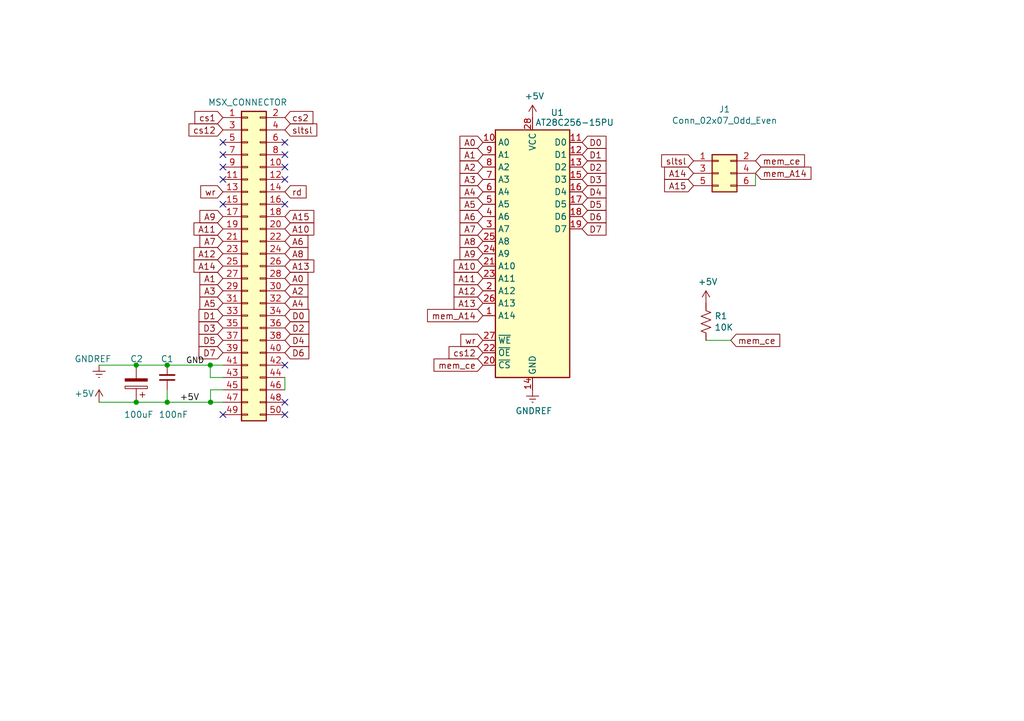
<source format=kicad_sch>
(kicad_sch (version 20230121) (generator eeschema)

  (uuid 0ceb5c3e-b2b0-446f-9fd7-31802bc894c4)

  (paper "A5")

  (title_block
    (title "MSX AT28C256 EEPROM Programable Cartridge")
    (date "2023-03-17")
    (rev "8")
    (company "RCC")
  )

  (lib_symbols
    (symbol "Connector_Generic:Conn_02x03_Odd_Even" (pin_names (offset 1.016) hide) (in_bom yes) (on_board yes)
      (property "Reference" "J" (at 1.27 5.08 0)
        (effects (font (size 1.27 1.27)))
      )
      (property "Value" "Conn_02x03_Odd_Even" (at 1.27 -5.08 0)
        (effects (font (size 1.27 1.27)))
      )
      (property "Footprint" "" (at 0 0 0)
        (effects (font (size 1.27 1.27)) hide)
      )
      (property "Datasheet" "~" (at 0 0 0)
        (effects (font (size 1.27 1.27)) hide)
      )
      (property "ki_keywords" "connector" (at 0 0 0)
        (effects (font (size 1.27 1.27)) hide)
      )
      (property "ki_description" "Generic connector, double row, 02x03, odd/even pin numbering scheme (row 1 odd numbers, row 2 even numbers), script generated (kicad-library-utils/schlib/autogen/connector/)" (at 0 0 0)
        (effects (font (size 1.27 1.27)) hide)
      )
      (property "ki_fp_filters" "Connector*:*_2x??_*" (at 0 0 0)
        (effects (font (size 1.27 1.27)) hide)
      )
      (symbol "Conn_02x03_Odd_Even_1_1"
        (rectangle (start -1.27 -2.413) (end 0 -2.667)
          (stroke (width 0.1524) (type default))
          (fill (type none))
        )
        (rectangle (start -1.27 0.127) (end 0 -0.127)
          (stroke (width 0.1524) (type default))
          (fill (type none))
        )
        (rectangle (start -1.27 2.667) (end 0 2.413)
          (stroke (width 0.1524) (type default))
          (fill (type none))
        )
        (rectangle (start -1.27 3.81) (end 3.81 -3.81)
          (stroke (width 0.254) (type default))
          (fill (type background))
        )
        (rectangle (start 3.81 -2.413) (end 2.54 -2.667)
          (stroke (width 0.1524) (type default))
          (fill (type none))
        )
        (rectangle (start 3.81 0.127) (end 2.54 -0.127)
          (stroke (width 0.1524) (type default))
          (fill (type none))
        )
        (rectangle (start 3.81 2.667) (end 2.54 2.413)
          (stroke (width 0.1524) (type default))
          (fill (type none))
        )
        (pin passive line (at -5.08 2.54 0) (length 3.81)
          (name "Pin_1" (effects (font (size 1.27 1.27))))
          (number "1" (effects (font (size 1.27 1.27))))
        )
        (pin passive line (at 7.62 2.54 180) (length 3.81)
          (name "Pin_2" (effects (font (size 1.27 1.27))))
          (number "2" (effects (font (size 1.27 1.27))))
        )
        (pin passive line (at -5.08 0 0) (length 3.81)
          (name "Pin_3" (effects (font (size 1.27 1.27))))
          (number "3" (effects (font (size 1.27 1.27))))
        )
        (pin passive line (at 7.62 0 180) (length 3.81)
          (name "Pin_4" (effects (font (size 1.27 1.27))))
          (number "4" (effects (font (size 1.27 1.27))))
        )
        (pin passive line (at -5.08 -2.54 0) (length 3.81)
          (name "Pin_5" (effects (font (size 1.27 1.27))))
          (number "5" (effects (font (size 1.27 1.27))))
        )
        (pin passive line (at 7.62 -2.54 180) (length 3.81)
          (name "Pin_6" (effects (font (size 1.27 1.27))))
          (number "6" (effects (font (size 1.27 1.27))))
        )
      )
    )
    (symbol "Connector_Generic:Conn_02x25_Odd_Even" (pin_names (offset 1.016) hide) (in_bom yes) (on_board yes)
      (property "Reference" "J" (at 1.27 33.02 0)
        (effects (font (size 1.27 1.27)))
      )
      (property "Value" "Conn_02x25_Odd_Even" (at 1.27 -33.02 0)
        (effects (font (size 1.27 1.27)))
      )
      (property "Footprint" "" (at 0 0 0)
        (effects (font (size 1.27 1.27)) hide)
      )
      (property "Datasheet" "~" (at 0 0 0)
        (effects (font (size 1.27 1.27)) hide)
      )
      (property "ki_keywords" "connector" (at 0 0 0)
        (effects (font (size 1.27 1.27)) hide)
      )
      (property "ki_description" "Generic connector, double row, 02x25, odd/even pin numbering scheme (row 1 odd numbers, row 2 even numbers), script generated (kicad-library-utils/schlib/autogen/connector/)" (at 0 0 0)
        (effects (font (size 1.27 1.27)) hide)
      )
      (property "ki_fp_filters" "Connector*:*_2x??_*" (at 0 0 0)
        (effects (font (size 1.27 1.27)) hide)
      )
      (symbol "Conn_02x25_Odd_Even_1_1"
        (rectangle (start -1.27 -30.353) (end 0 -30.607)
          (stroke (width 0.1524) (type default))
          (fill (type none))
        )
        (rectangle (start -1.27 -27.813) (end 0 -28.067)
          (stroke (width 0.1524) (type default))
          (fill (type none))
        )
        (rectangle (start -1.27 -25.273) (end 0 -25.527)
          (stroke (width 0.1524) (type default))
          (fill (type none))
        )
        (rectangle (start -1.27 -22.733) (end 0 -22.987)
          (stroke (width 0.1524) (type default))
          (fill (type none))
        )
        (rectangle (start -1.27 -20.193) (end 0 -20.447)
          (stroke (width 0.1524) (type default))
          (fill (type none))
        )
        (rectangle (start -1.27 -17.653) (end 0 -17.907)
          (stroke (width 0.1524) (type default))
          (fill (type none))
        )
        (rectangle (start -1.27 -15.113) (end 0 -15.367)
          (stroke (width 0.1524) (type default))
          (fill (type none))
        )
        (rectangle (start -1.27 -12.573) (end 0 -12.827)
          (stroke (width 0.1524) (type default))
          (fill (type none))
        )
        (rectangle (start -1.27 -10.033) (end 0 -10.287)
          (stroke (width 0.1524) (type default))
          (fill (type none))
        )
        (rectangle (start -1.27 -7.493) (end 0 -7.747)
          (stroke (width 0.1524) (type default))
          (fill (type none))
        )
        (rectangle (start -1.27 -4.953) (end 0 -5.207)
          (stroke (width 0.1524) (type default))
          (fill (type none))
        )
        (rectangle (start -1.27 -2.413) (end 0 -2.667)
          (stroke (width 0.1524) (type default))
          (fill (type none))
        )
        (rectangle (start -1.27 0.127) (end 0 -0.127)
          (stroke (width 0.1524) (type default))
          (fill (type none))
        )
        (rectangle (start -1.27 2.667) (end 0 2.413)
          (stroke (width 0.1524) (type default))
          (fill (type none))
        )
        (rectangle (start -1.27 5.207) (end 0 4.953)
          (stroke (width 0.1524) (type default))
          (fill (type none))
        )
        (rectangle (start -1.27 7.747) (end 0 7.493)
          (stroke (width 0.1524) (type default))
          (fill (type none))
        )
        (rectangle (start -1.27 10.287) (end 0 10.033)
          (stroke (width 0.1524) (type default))
          (fill (type none))
        )
        (rectangle (start -1.27 12.827) (end 0 12.573)
          (stroke (width 0.1524) (type default))
          (fill (type none))
        )
        (rectangle (start -1.27 15.367) (end 0 15.113)
          (stroke (width 0.1524) (type default))
          (fill (type none))
        )
        (rectangle (start -1.27 17.907) (end 0 17.653)
          (stroke (width 0.1524) (type default))
          (fill (type none))
        )
        (rectangle (start -1.27 20.447) (end 0 20.193)
          (stroke (width 0.1524) (type default))
          (fill (type none))
        )
        (rectangle (start -1.27 22.987) (end 0 22.733)
          (stroke (width 0.1524) (type default))
          (fill (type none))
        )
        (rectangle (start -1.27 25.527) (end 0 25.273)
          (stroke (width 0.1524) (type default))
          (fill (type none))
        )
        (rectangle (start -1.27 28.067) (end 0 27.813)
          (stroke (width 0.1524) (type default))
          (fill (type none))
        )
        (rectangle (start -1.27 30.607) (end 0 30.353)
          (stroke (width 0.1524) (type default))
          (fill (type none))
        )
        (rectangle (start -1.27 31.75) (end 3.81 -31.75)
          (stroke (width 0.254) (type default))
          (fill (type background))
        )
        (rectangle (start 3.81 -30.353) (end 2.54 -30.607)
          (stroke (width 0.1524) (type default))
          (fill (type none))
        )
        (rectangle (start 3.81 -27.813) (end 2.54 -28.067)
          (stroke (width 0.1524) (type default))
          (fill (type none))
        )
        (rectangle (start 3.81 -25.273) (end 2.54 -25.527)
          (stroke (width 0.1524) (type default))
          (fill (type none))
        )
        (rectangle (start 3.81 -22.733) (end 2.54 -22.987)
          (stroke (width 0.1524) (type default))
          (fill (type none))
        )
        (rectangle (start 3.81 -20.193) (end 2.54 -20.447)
          (stroke (width 0.1524) (type default))
          (fill (type none))
        )
        (rectangle (start 3.81 -17.653) (end 2.54 -17.907)
          (stroke (width 0.1524) (type default))
          (fill (type none))
        )
        (rectangle (start 3.81 -15.113) (end 2.54 -15.367)
          (stroke (width 0.1524) (type default))
          (fill (type none))
        )
        (rectangle (start 3.81 -12.573) (end 2.54 -12.827)
          (stroke (width 0.1524) (type default))
          (fill (type none))
        )
        (rectangle (start 3.81 -10.033) (end 2.54 -10.287)
          (stroke (width 0.1524) (type default))
          (fill (type none))
        )
        (rectangle (start 3.81 -7.493) (end 2.54 -7.747)
          (stroke (width 0.1524) (type default))
          (fill (type none))
        )
        (rectangle (start 3.81 -4.953) (end 2.54 -5.207)
          (stroke (width 0.1524) (type default))
          (fill (type none))
        )
        (rectangle (start 3.81 -2.413) (end 2.54 -2.667)
          (stroke (width 0.1524) (type default))
          (fill (type none))
        )
        (rectangle (start 3.81 0.127) (end 2.54 -0.127)
          (stroke (width 0.1524) (type default))
          (fill (type none))
        )
        (rectangle (start 3.81 2.667) (end 2.54 2.413)
          (stroke (width 0.1524) (type default))
          (fill (type none))
        )
        (rectangle (start 3.81 5.207) (end 2.54 4.953)
          (stroke (width 0.1524) (type default))
          (fill (type none))
        )
        (rectangle (start 3.81 7.747) (end 2.54 7.493)
          (stroke (width 0.1524) (type default))
          (fill (type none))
        )
        (rectangle (start 3.81 10.287) (end 2.54 10.033)
          (stroke (width 0.1524) (type default))
          (fill (type none))
        )
        (rectangle (start 3.81 12.827) (end 2.54 12.573)
          (stroke (width 0.1524) (type default))
          (fill (type none))
        )
        (rectangle (start 3.81 15.367) (end 2.54 15.113)
          (stroke (width 0.1524) (type default))
          (fill (type none))
        )
        (rectangle (start 3.81 17.907) (end 2.54 17.653)
          (stroke (width 0.1524) (type default))
          (fill (type none))
        )
        (rectangle (start 3.81 20.447) (end 2.54 20.193)
          (stroke (width 0.1524) (type default))
          (fill (type none))
        )
        (rectangle (start 3.81 22.987) (end 2.54 22.733)
          (stroke (width 0.1524) (type default))
          (fill (type none))
        )
        (rectangle (start 3.81 25.527) (end 2.54 25.273)
          (stroke (width 0.1524) (type default))
          (fill (type none))
        )
        (rectangle (start 3.81 28.067) (end 2.54 27.813)
          (stroke (width 0.1524) (type default))
          (fill (type none))
        )
        (rectangle (start 3.81 30.607) (end 2.54 30.353)
          (stroke (width 0.1524) (type default))
          (fill (type none))
        )
        (pin passive line (at -5.08 30.48 0) (length 3.81)
          (name "Pin_1" (effects (font (size 1.27 1.27))))
          (number "1" (effects (font (size 1.27 1.27))))
        )
        (pin passive line (at 7.62 20.32 180) (length 3.81)
          (name "Pin_10" (effects (font (size 1.27 1.27))))
          (number "10" (effects (font (size 1.27 1.27))))
        )
        (pin passive line (at -5.08 17.78 0) (length 3.81)
          (name "Pin_11" (effects (font (size 1.27 1.27))))
          (number "11" (effects (font (size 1.27 1.27))))
        )
        (pin passive line (at 7.62 17.78 180) (length 3.81)
          (name "Pin_12" (effects (font (size 1.27 1.27))))
          (number "12" (effects (font (size 1.27 1.27))))
        )
        (pin passive line (at -5.08 15.24 0) (length 3.81)
          (name "Pin_13" (effects (font (size 1.27 1.27))))
          (number "13" (effects (font (size 1.27 1.27))))
        )
        (pin passive line (at 7.62 15.24 180) (length 3.81)
          (name "Pin_14" (effects (font (size 1.27 1.27))))
          (number "14" (effects (font (size 1.27 1.27))))
        )
        (pin passive line (at -5.08 12.7 0) (length 3.81)
          (name "Pin_15" (effects (font (size 1.27 1.27))))
          (number "15" (effects (font (size 1.27 1.27))))
        )
        (pin passive line (at 7.62 12.7 180) (length 3.81)
          (name "Pin_16" (effects (font (size 1.27 1.27))))
          (number "16" (effects (font (size 1.27 1.27))))
        )
        (pin passive line (at -5.08 10.16 0) (length 3.81)
          (name "Pin_17" (effects (font (size 1.27 1.27))))
          (number "17" (effects (font (size 1.27 1.27))))
        )
        (pin passive line (at 7.62 10.16 180) (length 3.81)
          (name "Pin_18" (effects (font (size 1.27 1.27))))
          (number "18" (effects (font (size 1.27 1.27))))
        )
        (pin passive line (at -5.08 7.62 0) (length 3.81)
          (name "Pin_19" (effects (font (size 1.27 1.27))))
          (number "19" (effects (font (size 1.27 1.27))))
        )
        (pin passive line (at 7.62 30.48 180) (length 3.81)
          (name "Pin_2" (effects (font (size 1.27 1.27))))
          (number "2" (effects (font (size 1.27 1.27))))
        )
        (pin passive line (at 7.62 7.62 180) (length 3.81)
          (name "Pin_20" (effects (font (size 1.27 1.27))))
          (number "20" (effects (font (size 1.27 1.27))))
        )
        (pin passive line (at -5.08 5.08 0) (length 3.81)
          (name "Pin_21" (effects (font (size 1.27 1.27))))
          (number "21" (effects (font (size 1.27 1.27))))
        )
        (pin passive line (at 7.62 5.08 180) (length 3.81)
          (name "Pin_22" (effects (font (size 1.27 1.27))))
          (number "22" (effects (font (size 1.27 1.27))))
        )
        (pin passive line (at -5.08 2.54 0) (length 3.81)
          (name "Pin_23" (effects (font (size 1.27 1.27))))
          (number "23" (effects (font (size 1.27 1.27))))
        )
        (pin passive line (at 7.62 2.54 180) (length 3.81)
          (name "Pin_24" (effects (font (size 1.27 1.27))))
          (number "24" (effects (font (size 1.27 1.27))))
        )
        (pin passive line (at -5.08 0 0) (length 3.81)
          (name "Pin_25" (effects (font (size 1.27 1.27))))
          (number "25" (effects (font (size 1.27 1.27))))
        )
        (pin passive line (at 7.62 0 180) (length 3.81)
          (name "Pin_26" (effects (font (size 1.27 1.27))))
          (number "26" (effects (font (size 1.27 1.27))))
        )
        (pin passive line (at -5.08 -2.54 0) (length 3.81)
          (name "Pin_27" (effects (font (size 1.27 1.27))))
          (number "27" (effects (font (size 1.27 1.27))))
        )
        (pin passive line (at 7.62 -2.54 180) (length 3.81)
          (name "Pin_28" (effects (font (size 1.27 1.27))))
          (number "28" (effects (font (size 1.27 1.27))))
        )
        (pin passive line (at -5.08 -5.08 0) (length 3.81)
          (name "Pin_29" (effects (font (size 1.27 1.27))))
          (number "29" (effects (font (size 1.27 1.27))))
        )
        (pin passive line (at -5.08 27.94 0) (length 3.81)
          (name "Pin_3" (effects (font (size 1.27 1.27))))
          (number "3" (effects (font (size 1.27 1.27))))
        )
        (pin passive line (at 7.62 -5.08 180) (length 3.81)
          (name "Pin_30" (effects (font (size 1.27 1.27))))
          (number "30" (effects (font (size 1.27 1.27))))
        )
        (pin passive line (at -5.08 -7.62 0) (length 3.81)
          (name "Pin_31" (effects (font (size 1.27 1.27))))
          (number "31" (effects (font (size 1.27 1.27))))
        )
        (pin passive line (at 7.62 -7.62 180) (length 3.81)
          (name "Pin_32" (effects (font (size 1.27 1.27))))
          (number "32" (effects (font (size 1.27 1.27))))
        )
        (pin passive line (at -5.08 -10.16 0) (length 3.81)
          (name "Pin_33" (effects (font (size 1.27 1.27))))
          (number "33" (effects (font (size 1.27 1.27))))
        )
        (pin passive line (at 7.62 -10.16 180) (length 3.81)
          (name "Pin_34" (effects (font (size 1.27 1.27))))
          (number "34" (effects (font (size 1.27 1.27))))
        )
        (pin passive line (at -5.08 -12.7 0) (length 3.81)
          (name "Pin_35" (effects (font (size 1.27 1.27))))
          (number "35" (effects (font (size 1.27 1.27))))
        )
        (pin passive line (at 7.62 -12.7 180) (length 3.81)
          (name "Pin_36" (effects (font (size 1.27 1.27))))
          (number "36" (effects (font (size 1.27 1.27))))
        )
        (pin passive line (at -5.08 -15.24 0) (length 3.81)
          (name "Pin_37" (effects (font (size 1.27 1.27))))
          (number "37" (effects (font (size 1.27 1.27))))
        )
        (pin passive line (at 7.62 -15.24 180) (length 3.81)
          (name "Pin_38" (effects (font (size 1.27 1.27))))
          (number "38" (effects (font (size 1.27 1.27))))
        )
        (pin passive line (at -5.08 -17.78 0) (length 3.81)
          (name "Pin_39" (effects (font (size 1.27 1.27))))
          (number "39" (effects (font (size 1.27 1.27))))
        )
        (pin passive line (at 7.62 27.94 180) (length 3.81)
          (name "Pin_4" (effects (font (size 1.27 1.27))))
          (number "4" (effects (font (size 1.27 1.27))))
        )
        (pin passive line (at 7.62 -17.78 180) (length 3.81)
          (name "Pin_40" (effects (font (size 1.27 1.27))))
          (number "40" (effects (font (size 1.27 1.27))))
        )
        (pin passive line (at -5.08 -20.32 0) (length 3.81)
          (name "Pin_41" (effects (font (size 1.27 1.27))))
          (number "41" (effects (font (size 1.27 1.27))))
        )
        (pin passive line (at 7.62 -20.32 180) (length 3.81)
          (name "Pin_42" (effects (font (size 1.27 1.27))))
          (number "42" (effects (font (size 1.27 1.27))))
        )
        (pin passive line (at -5.08 -22.86 0) (length 3.81)
          (name "Pin_43" (effects (font (size 1.27 1.27))))
          (number "43" (effects (font (size 1.27 1.27))))
        )
        (pin passive line (at 7.62 -22.86 180) (length 3.81)
          (name "Pin_44" (effects (font (size 1.27 1.27))))
          (number "44" (effects (font (size 1.27 1.27))))
        )
        (pin passive line (at -5.08 -25.4 0) (length 3.81)
          (name "Pin_45" (effects (font (size 1.27 1.27))))
          (number "45" (effects (font (size 1.27 1.27))))
        )
        (pin passive line (at 7.62 -25.4 180) (length 3.81)
          (name "Pin_46" (effects (font (size 1.27 1.27))))
          (number "46" (effects (font (size 1.27 1.27))))
        )
        (pin passive line (at -5.08 -27.94 0) (length 3.81)
          (name "Pin_47" (effects (font (size 1.27 1.27))))
          (number "47" (effects (font (size 1.27 1.27))))
        )
        (pin passive line (at 7.62 -27.94 180) (length 3.81)
          (name "Pin_48" (effects (font (size 1.27 1.27))))
          (number "48" (effects (font (size 1.27 1.27))))
        )
        (pin passive line (at -5.08 -30.48 0) (length 3.81)
          (name "Pin_49" (effects (font (size 1.27 1.27))))
          (number "49" (effects (font (size 1.27 1.27))))
        )
        (pin passive line (at -5.08 25.4 0) (length 3.81)
          (name "Pin_5" (effects (font (size 1.27 1.27))))
          (number "5" (effects (font (size 1.27 1.27))))
        )
        (pin passive line (at 7.62 -30.48 180) (length 3.81)
          (name "Pin_50" (effects (font (size 1.27 1.27))))
          (number "50" (effects (font (size 1.27 1.27))))
        )
        (pin passive line (at 7.62 25.4 180) (length 3.81)
          (name "Pin_6" (effects (font (size 1.27 1.27))))
          (number "6" (effects (font (size 1.27 1.27))))
        )
        (pin passive line (at -5.08 22.86 0) (length 3.81)
          (name "Pin_7" (effects (font (size 1.27 1.27))))
          (number "7" (effects (font (size 1.27 1.27))))
        )
        (pin passive line (at 7.62 22.86 180) (length 3.81)
          (name "Pin_8" (effects (font (size 1.27 1.27))))
          (number "8" (effects (font (size 1.27 1.27))))
        )
        (pin passive line (at -5.08 20.32 0) (length 3.81)
          (name "Pin_9" (effects (font (size 1.27 1.27))))
          (number "9" (effects (font (size 1.27 1.27))))
        )
      )
    )
    (symbol "Device:C_Polarized" (pin_numbers hide) (pin_names (offset 0.254)) (in_bom yes) (on_board yes)
      (property "Reference" "C" (at 0.635 2.54 0)
        (effects (font (size 1.27 1.27)) (justify left))
      )
      (property "Value" "C_Polarized" (at 0.635 -2.54 0)
        (effects (font (size 1.27 1.27)) (justify left))
      )
      (property "Footprint" "" (at 0.9652 -3.81 0)
        (effects (font (size 1.27 1.27)) hide)
      )
      (property "Datasheet" "~" (at 0 0 0)
        (effects (font (size 1.27 1.27)) hide)
      )
      (property "ki_keywords" "cap capacitor" (at 0 0 0)
        (effects (font (size 1.27 1.27)) hide)
      )
      (property "ki_description" "Polarized capacitor" (at 0 0 0)
        (effects (font (size 1.27 1.27)) hide)
      )
      (property "ki_fp_filters" "CP_*" (at 0 0 0)
        (effects (font (size 1.27 1.27)) hide)
      )
      (symbol "C_Polarized_0_1"
        (rectangle (start -2.286 0.508) (end 2.286 1.016)
          (stroke (width 0) (type default))
          (fill (type none))
        )
        (polyline
          (pts
            (xy -1.778 2.286)
            (xy -0.762 2.286)
          )
          (stroke (width 0) (type default))
          (fill (type none))
        )
        (polyline
          (pts
            (xy -1.27 2.794)
            (xy -1.27 1.778)
          )
          (stroke (width 0) (type default))
          (fill (type none))
        )
        (rectangle (start 2.286 -0.508) (end -2.286 -1.016)
          (stroke (width 0) (type default))
          (fill (type outline))
        )
      )
      (symbol "C_Polarized_1_1"
        (pin passive line (at 0 3.81 270) (length 2.794)
          (name "~" (effects (font (size 1.27 1.27))))
          (number "1" (effects (font (size 1.27 1.27))))
        )
        (pin passive line (at 0 -3.81 90) (length 2.794)
          (name "~" (effects (font (size 1.27 1.27))))
          (number "2" (effects (font (size 1.27 1.27))))
        )
      )
    )
    (symbol "Device:C_Small" (pin_numbers hide) (pin_names (offset 0.254) hide) (in_bom yes) (on_board yes)
      (property "Reference" "C" (at 0.254 1.778 0)
        (effects (font (size 1.27 1.27)) (justify left))
      )
      (property "Value" "C_Small" (at 0.254 -2.032 0)
        (effects (font (size 1.27 1.27)) (justify left))
      )
      (property "Footprint" "" (at 0 0 0)
        (effects (font (size 1.27 1.27)) hide)
      )
      (property "Datasheet" "~" (at 0 0 0)
        (effects (font (size 1.27 1.27)) hide)
      )
      (property "ki_keywords" "capacitor cap" (at 0 0 0)
        (effects (font (size 1.27 1.27)) hide)
      )
      (property "ki_description" "Unpolarized capacitor, small symbol" (at 0 0 0)
        (effects (font (size 1.27 1.27)) hide)
      )
      (property "ki_fp_filters" "C_*" (at 0 0 0)
        (effects (font (size 1.27 1.27)) hide)
      )
      (symbol "C_Small_0_1"
        (polyline
          (pts
            (xy -1.524 -0.508)
            (xy 1.524 -0.508)
          )
          (stroke (width 0.3302) (type default))
          (fill (type none))
        )
        (polyline
          (pts
            (xy -1.524 0.508)
            (xy 1.524 0.508)
          )
          (stroke (width 0.3048) (type default))
          (fill (type none))
        )
      )
      (symbol "C_Small_1_1"
        (pin passive line (at 0 2.54 270) (length 2.032)
          (name "~" (effects (font (size 1.27 1.27))))
          (number "1" (effects (font (size 1.27 1.27))))
        )
        (pin passive line (at 0 -2.54 90) (length 2.032)
          (name "~" (effects (font (size 1.27 1.27))))
          (number "2" (effects (font (size 1.27 1.27))))
        )
      )
    )
    (symbol "Device:R_US" (pin_numbers hide) (pin_names (offset 0)) (in_bom yes) (on_board yes)
      (property "Reference" "R" (at 2.54 0 90)
        (effects (font (size 1.27 1.27)))
      )
      (property "Value" "R_US" (at -2.54 0 90)
        (effects (font (size 1.27 1.27)))
      )
      (property "Footprint" "" (at 1.016 -0.254 90)
        (effects (font (size 1.27 1.27)) hide)
      )
      (property "Datasheet" "~" (at 0 0 0)
        (effects (font (size 1.27 1.27)) hide)
      )
      (property "ki_keywords" "R res resistor" (at 0 0 0)
        (effects (font (size 1.27 1.27)) hide)
      )
      (property "ki_description" "Resistor, US symbol" (at 0 0 0)
        (effects (font (size 1.27 1.27)) hide)
      )
      (property "ki_fp_filters" "R_*" (at 0 0 0)
        (effects (font (size 1.27 1.27)) hide)
      )
      (symbol "R_US_0_1"
        (polyline
          (pts
            (xy 0 -2.286)
            (xy 0 -2.54)
          )
          (stroke (width 0) (type default))
          (fill (type none))
        )
        (polyline
          (pts
            (xy 0 2.286)
            (xy 0 2.54)
          )
          (stroke (width 0) (type default))
          (fill (type none))
        )
        (polyline
          (pts
            (xy 0 -0.762)
            (xy 1.016 -1.143)
            (xy 0 -1.524)
            (xy -1.016 -1.905)
            (xy 0 -2.286)
          )
          (stroke (width 0) (type default))
          (fill (type none))
        )
        (polyline
          (pts
            (xy 0 0.762)
            (xy 1.016 0.381)
            (xy 0 0)
            (xy -1.016 -0.381)
            (xy 0 -0.762)
          )
          (stroke (width 0) (type default))
          (fill (type none))
        )
        (polyline
          (pts
            (xy 0 2.286)
            (xy 1.016 1.905)
            (xy 0 1.524)
            (xy -1.016 1.143)
            (xy 0 0.762)
          )
          (stroke (width 0) (type default))
          (fill (type none))
        )
      )
      (symbol "R_US_1_1"
        (pin passive line (at 0 3.81 270) (length 1.27)
          (name "~" (effects (font (size 1.27 1.27))))
          (number "1" (effects (font (size 1.27 1.27))))
        )
        (pin passive line (at 0 -3.81 90) (length 1.27)
          (name "~" (effects (font (size 1.27 1.27))))
          (number "2" (effects (font (size 1.27 1.27))))
        )
      )
    )
    (symbol "Memory_EEPROM:28C256" (in_bom yes) (on_board yes)
      (property "Reference" "U" (at -7.62 26.67 0)
        (effects (font (size 1.27 1.27)))
      )
      (property "Value" "28C256" (at 2.54 -26.67 0)
        (effects (font (size 1.27 1.27)) (justify left))
      )
      (property "Footprint" "" (at 0 0 0)
        (effects (font (size 1.27 1.27)) hide)
      )
      (property "Datasheet" "http://ww1.microchip.com/downloads/en/DeviceDoc/doc0006.pdf" (at 0 0 0)
        (effects (font (size 1.27 1.27)) hide)
      )
      (property "ki_keywords" "Parallel EEPROM 256Kb" (at 0 0 0)
        (effects (font (size 1.27 1.27)) hide)
      )
      (property "ki_description" "Paged Parallel EEPROM 256Kb (32K x 8), DIP-28/SOIC-28" (at 0 0 0)
        (effects (font (size 1.27 1.27)) hide)
      )
      (property "ki_fp_filters" "DIP*W15.24mm* SOIC*7.5x17.9mm*P1.27mm*" (at 0 0 0)
        (effects (font (size 1.27 1.27)) hide)
      )
      (symbol "28C256_1_1"
        (rectangle (start -7.62 25.4) (end 7.62 -25.4)
          (stroke (width 0.254) (type default))
          (fill (type background))
        )
        (pin input line (at -10.16 -12.7 0) (length 2.54)
          (name "A14" (effects (font (size 1.27 1.27))))
          (number "1" (effects (font (size 1.27 1.27))))
        )
        (pin input line (at -10.16 22.86 0) (length 2.54)
          (name "A0" (effects (font (size 1.27 1.27))))
          (number "10" (effects (font (size 1.27 1.27))))
        )
        (pin tri_state line (at 10.16 22.86 180) (length 2.54)
          (name "D0" (effects (font (size 1.27 1.27))))
          (number "11" (effects (font (size 1.27 1.27))))
        )
        (pin tri_state line (at 10.16 20.32 180) (length 2.54)
          (name "D1" (effects (font (size 1.27 1.27))))
          (number "12" (effects (font (size 1.27 1.27))))
        )
        (pin tri_state line (at 10.16 17.78 180) (length 2.54)
          (name "D2" (effects (font (size 1.27 1.27))))
          (number "13" (effects (font (size 1.27 1.27))))
        )
        (pin power_in line (at 0 -27.94 90) (length 2.54)
          (name "GND" (effects (font (size 1.27 1.27))))
          (number "14" (effects (font (size 1.27 1.27))))
        )
        (pin tri_state line (at 10.16 15.24 180) (length 2.54)
          (name "D3" (effects (font (size 1.27 1.27))))
          (number "15" (effects (font (size 1.27 1.27))))
        )
        (pin tri_state line (at 10.16 12.7 180) (length 2.54)
          (name "D4" (effects (font (size 1.27 1.27))))
          (number "16" (effects (font (size 1.27 1.27))))
        )
        (pin tri_state line (at 10.16 10.16 180) (length 2.54)
          (name "D5" (effects (font (size 1.27 1.27))))
          (number "17" (effects (font (size 1.27 1.27))))
        )
        (pin tri_state line (at 10.16 7.62 180) (length 2.54)
          (name "D6" (effects (font (size 1.27 1.27))))
          (number "18" (effects (font (size 1.27 1.27))))
        )
        (pin tri_state line (at 10.16 5.08 180) (length 2.54)
          (name "D7" (effects (font (size 1.27 1.27))))
          (number "19" (effects (font (size 1.27 1.27))))
        )
        (pin input line (at -10.16 -7.62 0) (length 2.54)
          (name "A12" (effects (font (size 1.27 1.27))))
          (number "2" (effects (font (size 1.27 1.27))))
        )
        (pin input line (at -10.16 -22.86 0) (length 2.54)
          (name "~{CS}" (effects (font (size 1.27 1.27))))
          (number "20" (effects (font (size 1.27 1.27))))
        )
        (pin input line (at -10.16 -2.54 0) (length 2.54)
          (name "A10" (effects (font (size 1.27 1.27))))
          (number "21" (effects (font (size 1.27 1.27))))
        )
        (pin input line (at -10.16 -20.32 0) (length 2.54)
          (name "~{OE}" (effects (font (size 1.27 1.27))))
          (number "22" (effects (font (size 1.27 1.27))))
        )
        (pin input line (at -10.16 -5.08 0) (length 2.54)
          (name "A11" (effects (font (size 1.27 1.27))))
          (number "23" (effects (font (size 1.27 1.27))))
        )
        (pin input line (at -10.16 0 0) (length 2.54)
          (name "A9" (effects (font (size 1.27 1.27))))
          (number "24" (effects (font (size 1.27 1.27))))
        )
        (pin input line (at -10.16 2.54 0) (length 2.54)
          (name "A8" (effects (font (size 1.27 1.27))))
          (number "25" (effects (font (size 1.27 1.27))))
        )
        (pin input line (at -10.16 -10.16 0) (length 2.54)
          (name "A13" (effects (font (size 1.27 1.27))))
          (number "26" (effects (font (size 1.27 1.27))))
        )
        (pin input line (at -10.16 -17.78 0) (length 2.54)
          (name "~{WE}" (effects (font (size 1.27 1.27))))
          (number "27" (effects (font (size 1.27 1.27))))
        )
        (pin power_in line (at 0 27.94 270) (length 2.54)
          (name "VCC" (effects (font (size 1.27 1.27))))
          (number "28" (effects (font (size 1.27 1.27))))
        )
        (pin input line (at -10.16 5.08 0) (length 2.54)
          (name "A7" (effects (font (size 1.27 1.27))))
          (number "3" (effects (font (size 1.27 1.27))))
        )
        (pin input line (at -10.16 7.62 0) (length 2.54)
          (name "A6" (effects (font (size 1.27 1.27))))
          (number "4" (effects (font (size 1.27 1.27))))
        )
        (pin input line (at -10.16 10.16 0) (length 2.54)
          (name "A5" (effects (font (size 1.27 1.27))))
          (number "5" (effects (font (size 1.27 1.27))))
        )
        (pin input line (at -10.16 12.7 0) (length 2.54)
          (name "A4" (effects (font (size 1.27 1.27))))
          (number "6" (effects (font (size 1.27 1.27))))
        )
        (pin input line (at -10.16 15.24 0) (length 2.54)
          (name "A3" (effects (font (size 1.27 1.27))))
          (number "7" (effects (font (size 1.27 1.27))))
        )
        (pin input line (at -10.16 17.78 0) (length 2.54)
          (name "A2" (effects (font (size 1.27 1.27))))
          (number "8" (effects (font (size 1.27 1.27))))
        )
        (pin input line (at -10.16 20.32 0) (length 2.54)
          (name "A1" (effects (font (size 1.27 1.27))))
          (number "9" (effects (font (size 1.27 1.27))))
        )
      )
    )
    (symbol "power:+5V" (power) (pin_names (offset 0)) (in_bom yes) (on_board yes)
      (property "Reference" "#PWR" (at 0 -3.81 0)
        (effects (font (size 1.27 1.27)) hide)
      )
      (property "Value" "+5V" (at 0 3.556 0)
        (effects (font (size 1.27 1.27)))
      )
      (property "Footprint" "" (at 0 0 0)
        (effects (font (size 1.27 1.27)) hide)
      )
      (property "Datasheet" "" (at 0 0 0)
        (effects (font (size 1.27 1.27)) hide)
      )
      (property "ki_keywords" "power-flag" (at 0 0 0)
        (effects (font (size 1.27 1.27)) hide)
      )
      (property "ki_description" "Power symbol creates a global label with name \"+5V\"" (at 0 0 0)
        (effects (font (size 1.27 1.27)) hide)
      )
      (symbol "+5V_0_1"
        (polyline
          (pts
            (xy -0.762 1.27)
            (xy 0 2.54)
          )
          (stroke (width 0) (type default))
          (fill (type none))
        )
        (polyline
          (pts
            (xy 0 0)
            (xy 0 2.54)
          )
          (stroke (width 0) (type default))
          (fill (type none))
        )
        (polyline
          (pts
            (xy 0 2.54)
            (xy 0.762 1.27)
          )
          (stroke (width 0) (type default))
          (fill (type none))
        )
      )
      (symbol "+5V_1_1"
        (pin power_in line (at 0 0 90) (length 0) hide
          (name "+5V" (effects (font (size 1.27 1.27))))
          (number "1" (effects (font (size 1.27 1.27))))
        )
      )
    )
    (symbol "power:GNDREF" (power) (pin_names (offset 0)) (in_bom yes) (on_board yes)
      (property "Reference" "#PWR" (at 0 -6.35 0)
        (effects (font (size 1.27 1.27)) hide)
      )
      (property "Value" "GNDREF" (at 0 -3.81 0)
        (effects (font (size 1.27 1.27)))
      )
      (property "Footprint" "" (at 0 0 0)
        (effects (font (size 1.27 1.27)) hide)
      )
      (property "Datasheet" "" (at 0 0 0)
        (effects (font (size 1.27 1.27)) hide)
      )
      (property "ki_keywords" "power-flag" (at 0 0 0)
        (effects (font (size 1.27 1.27)) hide)
      )
      (property "ki_description" "Power symbol creates a global label with name \"GNDREF\" , reference supply ground" (at 0 0 0)
        (effects (font (size 1.27 1.27)) hide)
      )
      (symbol "GNDREF_0_1"
        (polyline
          (pts
            (xy -0.635 -1.905)
            (xy 0.635 -1.905)
          )
          (stroke (width 0) (type default))
          (fill (type none))
        )
        (polyline
          (pts
            (xy -0.127 -2.54)
            (xy 0.127 -2.54)
          )
          (stroke (width 0) (type default))
          (fill (type none))
        )
        (polyline
          (pts
            (xy 0 -1.27)
            (xy 0 0)
          )
          (stroke (width 0) (type default))
          (fill (type none))
        )
        (polyline
          (pts
            (xy 1.27 -1.27)
            (xy -1.27 -1.27)
          )
          (stroke (width 0) (type default))
          (fill (type none))
        )
      )
      (symbol "GNDREF_1_1"
        (pin power_in line (at 0 0 270) (length 0) hide
          (name "GNDREF" (effects (font (size 1.27 1.27))))
          (number "1" (effects (font (size 1.27 1.27))))
        )
      )
    )
  )

  (junction (at 34.29 74.93) (diameter 0) (color 0 0 0 0)
    (uuid 092311f1-0095-4e84-864d-85da8c659da6)
  )
  (junction (at 27.94 74.93) (diameter 0) (color 0 0 0 0)
    (uuid 1ad687e1-c1d7-4c9f-b1e5-6c09302a76a3)
  )
  (junction (at 43.1261 74.93) (diameter 0) (color 0 0 0 0)
    (uuid 4f468907-1db5-4b41-a564-c0e81d7be2e8)
  )
  (junction (at 27.94 82.55) (diameter 0) (color 0 0 0 0)
    (uuid 8006833e-ffe3-4816-8e02-e55bbe11928d)
  )
  (junction (at 34.29 82.55) (diameter 0) (color 0 0 0 0)
    (uuid 9b309963-e0bb-4cd1-8610-487f58172a41)
  )
  (junction (at 43.18 82.55) (diameter 0) (color 0 0 0 0)
    (uuid 9ea23927-a3b7-4e27-af6c-7b907e18bc3e)
  )

  (no_connect (at 58.42 34.29) (uuid 0ecdb1bf-a858-4c84-8cae-e02cb891683c))
  (no_connect (at 45.72 41.91) (uuid 28a13d5d-6077-4a1b-97a9-6b761e599298))
  (no_connect (at 58.42 41.91) (uuid 301f4dc9-e3ab-4787-9244-0de13fa482b5))
  (no_connect (at 58.42 85.09) (uuid 49042564-e570-4923-96b3-cd67d0e4dfd8))
  (no_connect (at 45.72 85.09) (uuid 4f83586f-6a3c-4ccf-b2ea-cd9bce9f185b))
  (no_connect (at 45.72 31.75) (uuid 86b3c284-1db8-41c9-997b-6209838e66b3))
  (no_connect (at 45.72 34.29) (uuid 8c33f831-25c0-41c4-8d5a-a055bd58f758))
  (no_connect (at 58.42 31.75) (uuid 94e606a9-345d-499a-8336-c3d62eb09526))
  (no_connect (at 45.72 36.83) (uuid 9f97c30a-375e-41e7-a715-19e93dca867e))
  (no_connect (at 58.42 29.21) (uuid b18742b9-05db-47b0-ba08-f0ebc378bc7e))
  (no_connect (at 58.42 82.55) (uuid bb058a09-dfa1-469c-bb8a-86d8b2eb22b6))
  (no_connect (at 45.72 29.21) (uuid c35f1f43-5d4f-443e-a7a6-70ed77ba9fa2))
  (no_connect (at 58.42 36.83) (uuid d3e828c3-2c23-41f1-b70d-c944a97ae9f9))
  (no_connect (at 58.42 74.93) (uuid dbad10f2-6367-4470-a00c-6ad2043fa70f))

  (wire (pts (xy 34.29 82.55) (xy 43.18 82.55))
    (stroke (width 0) (type default))
    (uuid 24bcd0d4-14a2-4758-9b69-06b40860bb50)
  )
  (wire (pts (xy 27.94 82.55) (xy 34.29 82.55))
    (stroke (width 0) (type default))
    (uuid 29d74292-534f-4849-91d8-0442a639f589)
  )
  (wire (pts (xy 154.94 38.1) (xy 154.94 35.56))
    (stroke (width 0) (type default))
    (uuid 2b1d5d39-ef59-416b-8f61-1b5af26ef032)
  )
  (wire (pts (xy 43.18 80.01) (xy 45.72 80.01))
    (stroke (width 0) (type default))
    (uuid 2cd169d0-c8b2-4bc1-a8ef-1500171df3d0)
  )
  (wire (pts (xy 43.1261 74.93) (xy 45.72 74.93))
    (stroke (width 0) (type default))
    (uuid 355a29e2-24f6-4c6f-bdae-209082a1e235)
  )
  (wire (pts (xy 34.29 80.01) (xy 34.29 82.55))
    (stroke (width 0) (type default))
    (uuid 4fbd2385-fbed-4b30-bea4-97f6f49d0f6f)
  )
  (wire (pts (xy 45.72 77.47) (xy 43.1261 77.47))
    (stroke (width 0) (type default))
    (uuid 67e7a817-6c0b-4213-a2e3-97f63437e38f)
  )
  (wire (pts (xy 43.1261 77.47) (xy 43.1261 74.93))
    (stroke (width 0) (type default))
    (uuid 759b96fc-3bb8-438a-8a06-b31f79ad3ba1)
  )
  (wire (pts (xy 20.32 82.55) (xy 27.94 82.55))
    (stroke (width 0) (type default))
    (uuid 761dc4fd-3d2d-4bc4-968f-826aef0c4c19)
  )
  (wire (pts (xy 43.18 82.55) (xy 45.72 82.55))
    (stroke (width 0) (type default))
    (uuid 89161cbf-6df1-44f1-b2d4-05ae860c696e)
  )
  (wire (pts (xy 58.42 77.47) (xy 58.42 80.01))
    (stroke (width 0) (type default))
    (uuid 90c0433e-c927-4b86-8559-4d64acef651e)
  )
  (wire (pts (xy 144.78 69.85) (xy 149.86 69.85))
    (stroke (width 0) (type default))
    (uuid 90db0364-424f-4edf-91b0-0f54506ff040)
  )
  (wire (pts (xy 27.94 74.93) (xy 34.29 74.93))
    (stroke (width 0) (type default))
    (uuid 9b3d4b3f-c92d-4458-939d-c264867e24e2)
  )
  (wire (pts (xy 20.32 74.93) (xy 27.94 74.93))
    (stroke (width 0) (type default))
    (uuid a26fa2e8-ba7e-4b32-b528-3a5eb447109d)
  )
  (wire (pts (xy 34.29 74.93) (xy 43.1261 74.93))
    (stroke (width 0) (type default))
    (uuid e3d8a364-2078-4400-bbe8-28d5e00b84d7)
  )
  (wire (pts (xy 43.18 80.01) (xy 43.18 82.55))
    (stroke (width 0) (type default))
    (uuid f7314238-60b7-4d7e-b7ed-026a2c2aa414)
  )

  (text "25/08/2020" (at 208.28 194.31 0)
    (effects (font (size 1.27 1.27)) (justify left bottom))
    (uuid b66682fb-687c-4d8f-819c-6e935fffebc9)
  )

  (label "GND" (at 38.1 74.93 0) (fields_autoplaced)
    (effects (font (size 1.1938 1.1938)) (justify left bottom))
    (uuid 21eb346d-3283-4d8c-8b5b-35cb695e4b34)
  )
  (label "+5V" (at 36.83 82.55 0) (fields_autoplaced)
    (effects (font (size 1.27 1.27)) (justify left bottom))
    (uuid 65cf923c-e3d2-4ed1-807d-61db9b5d3ee1)
  )

  (global_label "D4" (shape input) (at 58.42 69.85 0) (fields_autoplaced)
    (effects (font (size 1.27 1.27)) (justify left))
    (uuid 0164558e-ba04-435b-9eb2-db41e638a549)
    (property "Intersheetrefs" "${INTERSHEET_REFS}" (at -8.89 -7.62 0)
      (effects (font (size 1.27 1.27)) hide)
    )
  )
  (global_label "A8" (shape input) (at 99.06 49.53 180) (fields_autoplaced)
    (effects (font (size 1.27 1.27)) (justify right))
    (uuid 027ebe71-f432-41da-8205-9b86eb030ede)
    (property "Intersheetrefs" "${INTERSHEET_REFS}" (at -2.54 -20.32 0)
      (effects (font (size 1.27 1.27)) hide)
    )
  )
  (global_label "A15" (shape input) (at 58.42 44.45 0) (fields_autoplaced)
    (effects (font (size 1.27 1.27)) (justify left))
    (uuid 045cc485-a389-449e-b216-c7d1dd91e2b4)
    (property "Intersheetrefs" "${INTERSHEET_REFS}" (at -8.89 -7.62 0)
      (effects (font (size 1.27 1.27)) hide)
    )
  )
  (global_label "A9" (shape input) (at 45.72 44.45 180) (fields_autoplaced)
    (effects (font (size 1.27 1.27)) (justify right))
    (uuid 0894569d-372e-4a36-853d-e8a146835d19)
    (property "Intersheetrefs" "${INTERSHEET_REFS}" (at -8.89 -7.62 0)
      (effects (font (size 1.27 1.27)) hide)
    )
  )
  (global_label "A1" (shape input) (at 99.06 31.75 180) (fields_autoplaced)
    (effects (font (size 1.27 1.27)) (justify right))
    (uuid 0c73d198-5e9b-4ccf-b2b1-21106e87fc97)
    (property "Intersheetrefs" "${INTERSHEET_REFS}" (at -2.54 -20.32 0)
      (effects (font (size 1.27 1.27)) hide)
    )
  )
  (global_label "D3" (shape input) (at 45.72 67.31 180) (fields_autoplaced)
    (effects (font (size 1.27 1.27)) (justify right))
    (uuid 109cf358-5009-4937-b176-807bdfec491c)
    (property "Intersheetrefs" "${INTERSHEET_REFS}" (at -8.89 -7.62 0)
      (effects (font (size 1.27 1.27)) hide)
    )
  )
  (global_label "sltsl" (shape input) (at 58.42 26.67 0) (fields_autoplaced)
    (effects (font (size 1.27 1.27)) (justify left))
    (uuid 12a17454-13cc-4f15-aef7-b6fd54a21eff)
    (property "Intersheetrefs" "${INTERSHEET_REFS}" (at -8.89 -7.62 0)
      (effects (font (size 1.27 1.27)) hide)
    )
  )
  (global_label "A1" (shape input) (at 45.72 57.15 180) (fields_autoplaced)
    (effects (font (size 1.27 1.27)) (justify right))
    (uuid 1de78709-31de-4556-8ccb-826f1d9a76d9)
    (property "Intersheetrefs" "${INTERSHEET_REFS}" (at -8.89 -7.62 0)
      (effects (font (size 1.27 1.27)) hide)
    )
  )
  (global_label "A4" (shape input) (at 58.42 62.23 0) (fields_autoplaced)
    (effects (font (size 1.27 1.27)) (justify left))
    (uuid 20d002e0-3ff0-4fc4-ab51-45f4bd835b95)
    (property "Intersheetrefs" "${INTERSHEET_REFS}" (at -8.89 -7.62 0)
      (effects (font (size 1.27 1.27)) hide)
    )
  )
  (global_label "D7" (shape input) (at 45.72 72.39 180) (fields_autoplaced)
    (effects (font (size 1.27 1.27)) (justify right))
    (uuid 25587aac-12db-4183-92f4-a9d3060c7f08)
    (property "Intersheetrefs" "${INTERSHEET_REFS}" (at -8.89 -7.62 0)
      (effects (font (size 1.27 1.27)) hide)
    )
  )
  (global_label "wr" (shape input) (at 99.06 69.85 180) (fields_autoplaced)
    (effects (font (size 1.27 1.27)) (justify right))
    (uuid 26d62829-ba53-4654-9b55-bdba883509cb)
    (property "Intersheetrefs" "${INTERSHEET_REFS}" (at 94.6191 69.7706 0)
      (effects (font (size 1.27 1.27)) (justify right) hide)
    )
  )
  (global_label "D5" (shape input) (at 45.72 69.85 180) (fields_autoplaced)
    (effects (font (size 1.27 1.27)) (justify right))
    (uuid 2d025a23-c2f5-4a89-a649-53f81dea228e)
    (property "Intersheetrefs" "${INTERSHEET_REFS}" (at -8.89 -7.62 0)
      (effects (font (size 1.27 1.27)) hide)
    )
  )
  (global_label "A6" (shape input) (at 58.42 49.53 0) (fields_autoplaced)
    (effects (font (size 1.27 1.27)) (justify left))
    (uuid 2d962af2-e445-466c-941e-a3efe8d94f86)
    (property "Intersheetrefs" "${INTERSHEET_REFS}" (at -8.89 -7.62 0)
      (effects (font (size 1.27 1.27)) hide)
    )
  )
  (global_label "cs12" (shape input) (at 99.06 72.39 180) (fields_autoplaced)
    (effects (font (size 1.27 1.27)) (justify right))
    (uuid 3022abc6-5fec-4a45-8d34-b369127982f2)
    (property "Intersheetrefs" "${INTERSHEET_REFS}" (at 92.2001 72.3106 0)
      (effects (font (size 1.27 1.27)) (justify right) hide)
    )
  )
  (global_label "D6" (shape input) (at 119.38 44.45 0) (fields_autoplaced)
    (effects (font (size 1.27 1.27)) (justify left))
    (uuid 30367698-0dd5-4c89-aa0e-18936e09d51c)
    (property "Intersheetrefs" "${INTERSHEET_REFS}" (at -17.78 -5.08 0)
      (effects (font (size 1.27 1.27)) hide)
    )
  )
  (global_label "A10" (shape input) (at 99.06 54.61 180) (fields_autoplaced)
    (effects (font (size 1.27 1.27)) (justify right))
    (uuid 31b9ced7-48fb-4a7b-b8b8-2dc6429d0248)
    (property "Intersheetrefs" "${INTERSHEET_REFS}" (at -2.54 -20.32 0)
      (effects (font (size 1.27 1.27)) hide)
    )
  )
  (global_label "A0" (shape input) (at 99.06 29.21 180) (fields_autoplaced)
    (effects (font (size 1.27 1.27)) (justify right))
    (uuid 3c30c5c8-77a6-45ce-99f8-c059648eda9a)
    (property "Intersheetrefs" "${INTERSHEET_REFS}" (at -2.54 -20.32 0)
      (effects (font (size 1.27 1.27)) hide)
    )
  )
  (global_label "A4" (shape input) (at 99.06 39.37 180) (fields_autoplaced)
    (effects (font (size 1.27 1.27)) (justify right))
    (uuid 3fe5f05f-a30e-4bcf-88de-9b8d091e93d3)
    (property "Intersheetrefs" "${INTERSHEET_REFS}" (at -2.54 -20.32 0)
      (effects (font (size 1.27 1.27)) hide)
    )
  )
  (global_label "D2" (shape input) (at 119.38 34.29 0) (fields_autoplaced)
    (effects (font (size 1.27 1.27)) (justify left))
    (uuid 4fa6f5c9-c15a-47cc-9d13-1c76f6e6d565)
    (property "Intersheetrefs" "${INTERSHEET_REFS}" (at -17.78 -5.08 0)
      (effects (font (size 1.27 1.27)) hide)
    )
  )
  (global_label "A8" (shape input) (at 58.42 52.07 0) (fields_autoplaced)
    (effects (font (size 1.27 1.27)) (justify left))
    (uuid 51e3d846-5ef9-461f-bb5b-16cde3cb4802)
    (property "Intersheetrefs" "${INTERSHEET_REFS}" (at -8.89 -7.62 0)
      (effects (font (size 1.27 1.27)) hide)
    )
  )
  (global_label "A12" (shape input) (at 99.06 59.69 180) (fields_autoplaced)
    (effects (font (size 1.27 1.27)) (justify right))
    (uuid 55ffe79c-dbcf-4f1b-9959-baadd35ce1d1)
    (property "Intersheetrefs" "${INTERSHEET_REFS}" (at -2.54 -20.32 0)
      (effects (font (size 1.27 1.27)) hide)
    )
  )
  (global_label "A12" (shape input) (at 45.72 52.07 180) (fields_autoplaced)
    (effects (font (size 1.27 1.27)) (justify right))
    (uuid 5f80c1df-a3aa-4060-b202-ac7d3bd8fe2e)
    (property "Intersheetrefs" "${INTERSHEET_REFS}" (at -8.89 -7.62 0)
      (effects (font (size 1.27 1.27)) hide)
    )
  )
  (global_label "A11" (shape input) (at 45.72 46.99 180) (fields_autoplaced)
    (effects (font (size 1.27 1.27)) (justify right))
    (uuid 602ab7ac-2d8a-4eba-835c-690d63735e26)
    (property "Intersheetrefs" "${INTERSHEET_REFS}" (at -8.89 -7.62 0)
      (effects (font (size 1.27 1.27)) hide)
    )
  )
  (global_label "D0" (shape input) (at 119.38 29.21 0) (fields_autoplaced)
    (effects (font (size 1.27 1.27)) (justify left))
    (uuid 63540543-6fae-412b-95aa-edda01549fbc)
    (property "Intersheetrefs" "${INTERSHEET_REFS}" (at -17.78 -5.08 0)
      (effects (font (size 1.27 1.27)) hide)
    )
  )
  (global_label "A9" (shape input) (at 99.06 52.07 180) (fields_autoplaced)
    (effects (font (size 1.27 1.27)) (justify right))
    (uuid 64ada3b8-20fd-41ab-9ded-0522d3f804ac)
    (property "Intersheetrefs" "${INTERSHEET_REFS}" (at -2.54 -20.32 0)
      (effects (font (size 1.27 1.27)) hide)
    )
  )
  (global_label "A14" (shape input) (at 142.24 35.56 180) (fields_autoplaced)
    (effects (font (size 1.27 1.27)) (justify right))
    (uuid 65744061-4b8e-4344-a761-61696f6500f6)
    (property "Intersheetrefs" "${INTERSHEET_REFS}" (at 64.77 -100.33 0)
      (effects (font (size 1.27 1.27)) hide)
    )
  )
  (global_label "A7" (shape input) (at 99.06 46.99 180) (fields_autoplaced)
    (effects (font (size 1.27 1.27)) (justify right))
    (uuid 6786a1ac-fc8c-460d-9964-e9d425c3cda4)
    (property "Intersheetrefs" "${INTERSHEET_REFS}" (at -2.54 -20.32 0)
      (effects (font (size 1.27 1.27)) hide)
    )
  )
  (global_label "mem_ce" (shape input) (at 99.06 74.93 180) (fields_autoplaced)
    (effects (font (size 1.27 1.27)) (justify right))
    (uuid 67bb5952-4870-494d-9549-79a07dcff983)
    (property "Intersheetrefs" "${INTERSHEET_REFS}" (at -2.54 33.02 0)
      (effects (font (size 1.27 1.27)) hide)
    )
  )
  (global_label "D1" (shape input) (at 119.38 31.75 0) (fields_autoplaced)
    (effects (font (size 1.27 1.27)) (justify left))
    (uuid 71005308-2e88-4252-a4a2-9669f7302294)
    (property "Intersheetrefs" "${INTERSHEET_REFS}" (at -17.78 -5.08 0)
      (effects (font (size 1.27 1.27)) hide)
    )
  )
  (global_label "A10" (shape input) (at 58.42 46.99 0) (fields_autoplaced)
    (effects (font (size 1.27 1.27)) (justify left))
    (uuid 73e487c3-d514-45d3-b37e-e6f660472fe1)
    (property "Intersheetrefs" "${INTERSHEET_REFS}" (at -8.89 -7.62 0)
      (effects (font (size 1.27 1.27)) hide)
    )
  )
  (global_label "D3" (shape input) (at 119.38 36.83 0) (fields_autoplaced)
    (effects (font (size 1.27 1.27)) (justify left))
    (uuid 760339b4-64c6-4ada-b130-775356b8e2ea)
    (property "Intersheetrefs" "${INTERSHEET_REFS}" (at -17.78 -5.08 0)
      (effects (font (size 1.27 1.27)) hide)
    )
  )
  (global_label "A14" (shape input) (at 45.72 54.61 180) (fields_autoplaced)
    (effects (font (size 1.27 1.27)) (justify right))
    (uuid 7a639c70-35a1-48e4-b44f-3558884b9806)
    (property "Intersheetrefs" "${INTERSHEET_REFS}" (at -8.89 -7.62 0)
      (effects (font (size 1.27 1.27)) hide)
    )
  )
  (global_label "D0" (shape input) (at 58.42 64.77 0) (fields_autoplaced)
    (effects (font (size 1.27 1.27)) (justify left))
    (uuid 80834af0-10e5-4a47-b93a-adc7b6c27d9a)
    (property "Intersheetrefs" "${INTERSHEET_REFS}" (at -8.89 -7.62 0)
      (effects (font (size 1.27 1.27)) hide)
    )
  )
  (global_label "cs2" (shape input) (at 58.42 24.13 0) (fields_autoplaced)
    (effects (font (size 1.27 1.27)) (justify left))
    (uuid 8cc3d8b7-e05d-4fd0-a32e-3a10301da871)
    (property "Intersheetrefs" "${INTERSHEET_REFS}" (at -8.89 -7.62 0)
      (effects (font (size 1.27 1.27)) hide)
    )
  )
  (global_label "cs12" (shape input) (at 45.72 26.67 180) (fields_autoplaced)
    (effects (font (size 1.27 1.27)) (justify right))
    (uuid 8f2494c1-d37a-4e2b-9bc9-bf5f547eff6a)
    (property "Intersheetrefs" "${INTERSHEET_REFS}" (at -8.89 -7.62 0)
      (effects (font (size 1.27 1.27)) hide)
    )
  )
  (global_label "D7" (shape input) (at 119.38 46.99 0) (fields_autoplaced)
    (effects (font (size 1.27 1.27)) (justify left))
    (uuid 91b17a2d-5e5b-4969-b8ba-b4cefd73ea91)
    (property "Intersheetrefs" "${INTERSHEET_REFS}" (at -17.78 -5.08 0)
      (effects (font (size 1.27 1.27)) hide)
    )
  )
  (global_label "A5" (shape input) (at 99.06 41.91 180) (fields_autoplaced)
    (effects (font (size 1.27 1.27)) (justify right))
    (uuid 961f4aee-f91d-4f42-ae09-28d8aea09290)
    (property "Intersheetrefs" "${INTERSHEET_REFS}" (at -2.54 -20.32 0)
      (effects (font (size 1.27 1.27)) hide)
    )
  )
  (global_label "A6" (shape input) (at 99.06 44.45 180) (fields_autoplaced)
    (effects (font (size 1.27 1.27)) (justify right))
    (uuid 98b26dd0-3771-463e-943f-84c05e39bf75)
    (property "Intersheetrefs" "${INTERSHEET_REFS}" (at -2.54 -20.32 0)
      (effects (font (size 1.27 1.27)) hide)
    )
  )
  (global_label "A3" (shape input) (at 99.06 36.83 180) (fields_autoplaced)
    (effects (font (size 1.27 1.27)) (justify right))
    (uuid a0569878-5414-4f8d-a5c1-5ce5a7603f76)
    (property "Intersheetrefs" "${INTERSHEET_REFS}" (at -2.54 -20.32 0)
      (effects (font (size 1.27 1.27)) hide)
    )
  )
  (global_label "A2" (shape input) (at 99.06 34.29 180) (fields_autoplaced)
    (effects (font (size 1.27 1.27)) (justify right))
    (uuid a6276585-45ac-4a45-9c15-89658c0fd630)
    (property "Intersheetrefs" "${INTERSHEET_REFS}" (at -2.54 -20.32 0)
      (effects (font (size 1.27 1.27)) hide)
    )
  )
  (global_label "mem_A14" (shape input) (at 154.94 35.56 0) (fields_autoplaced)
    (effects (font (size 1.27 1.27)) (justify left))
    (uuid abfe4d7f-1d57-46e0-be40-3962cc48e82e)
    (property "Intersheetrefs" "${INTERSHEET_REFS}" (at 64.77 -100.33 0)
      (effects (font (size 1.27 1.27)) hide)
    )
  )
  (global_label "wr" (shape input) (at 45.72 39.37 180) (fields_autoplaced)
    (effects (font (size 1.27 1.27)) (justify right))
    (uuid ac5df2f8-2049-4bcc-ba66-a2236dab9ede)
    (property "Intersheetrefs" "${INTERSHEET_REFS}" (at -8.89 -7.62 0)
      (effects (font (size 1.27 1.27)) hide)
    )
  )
  (global_label "A13" (shape input) (at 99.06 62.23 180) (fields_autoplaced)
    (effects (font (size 1.27 1.27)) (justify right))
    (uuid b0bba599-4b3d-4e08-9072-d6510c8b1924)
    (property "Intersheetrefs" "${INTERSHEET_REFS}" (at -2.54 -20.32 0)
      (effects (font (size 1.27 1.27)) hide)
    )
  )
  (global_label "D5" (shape input) (at 119.38 41.91 0) (fields_autoplaced)
    (effects (font (size 1.27 1.27)) (justify left))
    (uuid b431ba94-c6e0-4f73-948b-28c01fcb7130)
    (property "Intersheetrefs" "${INTERSHEET_REFS}" (at -17.78 -5.08 0)
      (effects (font (size 1.27 1.27)) hide)
    )
  )
  (global_label "mem_A14" (shape input) (at 99.06 64.77 180) (fields_autoplaced)
    (effects (font (size 1.27 1.27)) (justify right))
    (uuid b4fe6862-18ad-4529-adfe-b0df6663d167)
    (property "Intersheetrefs" "${INTERSHEET_REFS}" (at -2.54 -20.32 0)
      (effects (font (size 1.27 1.27)) hide)
    )
  )
  (global_label "cs1" (shape input) (at 45.72 24.13 180) (fields_autoplaced)
    (effects (font (size 1.27 1.27)) (justify right))
    (uuid b8cba878-d525-4c63-8efb-2eaeeb11adc2)
    (property "Intersheetrefs" "${INTERSHEET_REFS}" (at -8.89 -7.62 0)
      (effects (font (size 1.27 1.27)) hide)
    )
  )
  (global_label "sltsl" (shape input) (at 142.24 33.02 180) (fields_autoplaced)
    (effects (font (size 1.27 1.27)) (justify right))
    (uuid bdb5cfca-19ef-452a-b4d5-9ed76acac7ae)
    (property "Intersheetrefs" "${INTERSHEET_REFS}" (at 64.77 -100.33 0)
      (effects (font (size 1.27 1.27)) hide)
    )
  )
  (global_label "mem_ce" (shape input) (at 154.94 33.02 0) (fields_autoplaced)
    (effects (font (size 1.27 1.27)) (justify left))
    (uuid c47eb35c-fa2a-4afc-a745-2c3bb8f3e7f6)
    (property "Intersheetrefs" "${INTERSHEET_REFS}" (at 64.77 -100.33 0)
      (effects (font (size 1.27 1.27)) hide)
    )
  )
  (global_label "rd" (shape input) (at 58.42 39.37 0) (fields_autoplaced)
    (effects (font (size 1.27 1.27)) (justify left))
    (uuid c4989f50-d543-4fb0-afba-bcbefafe57a0)
    (property "Intersheetrefs" "${INTERSHEET_REFS}" (at -8.89 -7.62 0)
      (effects (font (size 1.27 1.27)) hide)
    )
  )
  (global_label "D1" (shape input) (at 45.72 64.77 180) (fields_autoplaced)
    (effects (font (size 1.27 1.27)) (justify right))
    (uuid c6cd08d7-5e85-4f4a-84f5-cddcbbbdcc02)
    (property "Intersheetrefs" "${INTERSHEET_REFS}" (at -8.89 -7.62 0)
      (effects (font (size 1.27 1.27)) hide)
    )
  )
  (global_label "D4" (shape input) (at 119.38 39.37 0) (fields_autoplaced)
    (effects (font (size 1.27 1.27)) (justify left))
    (uuid c7aa3634-eb65-4c26-86a2-2e41b9520177)
    (property "Intersheetrefs" "${INTERSHEET_REFS}" (at -17.78 -5.08 0)
      (effects (font (size 1.27 1.27)) hide)
    )
  )
  (global_label "A13" (shape input) (at 58.42 54.61 0) (fields_autoplaced)
    (effects (font (size 1.27 1.27)) (justify left))
    (uuid cc81a3c5-d4f4-45df-b2c7-87a162ebca83)
    (property "Intersheetrefs" "${INTERSHEET_REFS}" (at -8.89 -7.62 0)
      (effects (font (size 1.27 1.27)) hide)
    )
  )
  (global_label "A0" (shape input) (at 58.42 57.15 0) (fields_autoplaced)
    (effects (font (size 1.27 1.27)) (justify left))
    (uuid daf3b93e-b1da-4106-9b5b-4a08b838847f)
    (property "Intersheetrefs" "${INTERSHEET_REFS}" (at -8.89 -7.62 0)
      (effects (font (size 1.27 1.27)) hide)
    )
  )
  (global_label "A5" (shape input) (at 45.72 62.23 180) (fields_autoplaced)
    (effects (font (size 1.27 1.27)) (justify right))
    (uuid db208d81-ca20-4f26-94e4-b44d870f08b1)
    (property "Intersheetrefs" "${INTERSHEET_REFS}" (at -8.89 -7.62 0)
      (effects (font (size 1.27 1.27)) hide)
    )
  )
  (global_label "D2" (shape input) (at 58.42 67.31 0) (fields_autoplaced)
    (effects (font (size 1.27 1.27)) (justify left))
    (uuid dcfc6c96-ea4d-4aa9-a4ee-3b55add411e9)
    (property "Intersheetrefs" "${INTERSHEET_REFS}" (at -8.89 -7.62 0)
      (effects (font (size 1.27 1.27)) hide)
    )
  )
  (global_label "mem_ce" (shape input) (at 149.86 69.85 0) (fields_autoplaced)
    (effects (font (size 1.27 1.27)) (justify left))
    (uuid df0cbd7c-e6f0-40ef-bdaa-00d9cd628d98)
    (property "Intersheetrefs" "${INTERSHEET_REFS}" (at -1.27 -58.42 0)
      (effects (font (size 1.27 1.27)) hide)
    )
  )
  (global_label "A7" (shape input) (at 45.72 49.53 180) (fields_autoplaced)
    (effects (font (size 1.27 1.27)) (justify right))
    (uuid e026e727-6bfb-4263-a165-e1660243c2cf)
    (property "Intersheetrefs" "${INTERSHEET_REFS}" (at -8.89 -7.62 0)
      (effects (font (size 1.27 1.27)) hide)
    )
  )
  (global_label "A15" (shape input) (at 142.24 38.1 180) (fields_autoplaced)
    (effects (font (size 1.27 1.27)) (justify right))
    (uuid eed06ba4-9f6f-4db2-9f0d-58e1df1f3ecf)
    (property "Intersheetrefs" "${INTERSHEET_REFS}" (at 64.77 -100.33 0)
      (effects (font (size 1.27 1.27)) hide)
    )
  )
  (global_label "D6" (shape input) (at 58.42 72.39 0) (fields_autoplaced)
    (effects (font (size 1.27 1.27)) (justify left))
    (uuid f154062c-13e2-460b-9818-3af2c306a716)
    (property "Intersheetrefs" "${INTERSHEET_REFS}" (at -8.89 -7.62 0)
      (effects (font (size 1.27 1.27)) hide)
    )
  )
  (global_label "A2" (shape input) (at 58.42 59.69 0) (fields_autoplaced)
    (effects (font (size 1.27 1.27)) (justify left))
    (uuid f549085a-4de7-467b-a137-2601cb527eca)
    (property "Intersheetrefs" "${INTERSHEET_REFS}" (at -8.89 -7.62 0)
      (effects (font (size 1.27 1.27)) hide)
    )
  )
  (global_label "A3" (shape input) (at 45.72 59.69 180) (fields_autoplaced)
    (effects (font (size 1.27 1.27)) (justify right))
    (uuid fa22b3d3-eacd-45da-904f-50b2574c9e20)
    (property "Intersheetrefs" "${INTERSHEET_REFS}" (at -8.89 -7.62 0)
      (effects (font (size 1.27 1.27)) hide)
    )
  )
  (global_label "A11" (shape input) (at 99.06 57.15 180) (fields_autoplaced)
    (effects (font (size 1.27 1.27)) (justify right))
    (uuid fd75cd72-c509-42e1-a700-298ab1621bfb)
    (property "Intersheetrefs" "${INTERSHEET_REFS}" (at -2.54 -20.32 0)
      (effects (font (size 1.27 1.27)) hide)
    )
  )

  (symbol (lib_id "Connector_Generic:Conn_02x25_Odd_Even") (at 50.8 54.61 0) (unit 1)
    (in_bom yes) (on_board yes) (dnp no)
    (uuid 00000000-0000-0000-0000-00005edd120e)
    (property "Reference" "P1" (at 50.8 21.0058 0)
      (effects (font (size 1.27 1.27)) hide)
    )
    (property "Value" "MSX_CONNECTOR" (at 50.8 21.0058 0)
      (effects (font (size 1.27 1.27)))
    )
    (property "Footprint" "Roni Footprints:MSX_CART_SW_Official_3Holes" (at 50.8 54.61 0)
      (effects (font (size 1.27 1.27)) hide)
    )
    (property "Datasheet" "~" (at 50.8 54.61 0)
      (effects (font (size 1.27 1.27)) hide)
    )
    (pin "1" (uuid 9b833b35-8e99-4a90-9070-2874e3071395))
    (pin "10" (uuid d1d7b2f1-ecb7-4005-868a-20ebd070232d))
    (pin "11" (uuid daf31573-510b-46c0-93b7-d7e2ce273148))
    (pin "12" (uuid 0a79ca8c-fb15-4c2c-bc02-510b35a5332e))
    (pin "13" (uuid f255f6fb-1425-4096-8752-355f30c41d94))
    (pin "14" (uuid b9931c57-5e70-4e86-99a3-dad88ca9ffb8))
    (pin "15" (uuid b8d44693-4d03-4d43-baec-5bb7183bdffa))
    (pin "16" (uuid 467d879d-7d83-4b57-9221-ce7fd32845ec))
    (pin "17" (uuid f49daaec-65ae-4640-8755-3a7c3cc5eb6a))
    (pin "18" (uuid 285a6a73-802d-4d63-b62b-f30eb18f3cde))
    (pin "19" (uuid 770fbba7-b343-4ade-960e-d21588c3f1c6))
    (pin "2" (uuid 5bc5abe3-8a6b-4c4b-abe5-2e3a0ca4b427))
    (pin "20" (uuid bb0a8de6-6faa-495f-91b9-41c08b04597b))
    (pin "21" (uuid 503b1829-f692-4939-af05-91e24accaaae))
    (pin "22" (uuid 7d4b1b53-89f3-4903-b0e2-83f9fba21179))
    (pin "23" (uuid 7e1d5a96-c06d-4cd6-b90e-1b97582d448b))
    (pin "24" (uuid f67012a7-c46e-430f-b2e7-86d3bb41bb49))
    (pin "25" (uuid be4aac65-cca2-455a-a814-633d69fae2eb))
    (pin "26" (uuid efe553f6-b7d3-4c8a-9989-86212889e2da))
    (pin "27" (uuid 1dc30681-8772-4824-adff-e8ca341e2b21))
    (pin "28" (uuid a80fad15-cb5f-40f8-829e-8799b6dd3fa0))
    (pin "29" (uuid 906a9c54-b49e-4f69-a653-ec55d606ed39))
    (pin "3" (uuid f8d8352f-1cfb-492f-bbf5-012ad130f5ed))
    (pin "30" (uuid d9d1666a-6b64-4851-9356-02f6c58f041f))
    (pin "31" (uuid 65734ec9-75cc-4f78-aff6-7f1edcd4a3c8))
    (pin "32" (uuid 6650ec0b-d955-402e-aa57-6e5905c9431e))
    (pin "33" (uuid 698209cd-663d-427d-8e24-1a3c7abed49c))
    (pin "34" (uuid 9764207d-c63f-4084-84ff-000e31852a66))
    (pin "35" (uuid 532f4845-b542-4611-b99c-125c1bd5f58b))
    (pin "36" (uuid bb972d21-6098-459b-8783-c87b378f5886))
    (pin "37" (uuid b4f91dd3-8101-46ea-b3b2-78add2aa3515))
    (pin "38" (uuid f1a0882b-a891-48ef-8e66-f1370f03f745))
    (pin "39" (uuid 0d0149c7-b380-4e33-b6ad-51e22583220c))
    (pin "4" (uuid b308649f-4927-4521-9c62-900036ca61a7))
    (pin "40" (uuid a3160fac-a227-4346-8601-5480b514bf50))
    (pin "41" (uuid 25544fda-96c0-43bd-8106-05d90cb63a4e))
    (pin "42" (uuid 3168f7d8-451c-48ef-9487-146dd5baea5a))
    (pin "43" (uuid 75bb9b05-db51-4206-bfaa-f0934338bc4c))
    (pin "44" (uuid 368b9f19-bd41-4e4f-91ca-45ff92a9c16e))
    (pin "45" (uuid 290e32fd-c458-4d0c-950e-38d3ee0c6375))
    (pin "46" (uuid f48751f9-3972-4dd4-b30f-55514e06695b))
    (pin "47" (uuid 501ef45f-bb95-477f-af09-cf4d2b541a98))
    (pin "48" (uuid 8d538c07-c75d-4cef-9244-9e9bc0128976))
    (pin "49" (uuid 265c67ff-b78f-4295-9b7b-0a4177330c4b))
    (pin "5" (uuid b13b3d37-3382-44a3-82f0-c48a9b119835))
    (pin "50" (uuid b5d6c0c9-333f-4735-aad7-ab370d7ece27))
    (pin "6" (uuid cf779586-bf35-4d57-abd6-9682970dce48))
    (pin "7" (uuid d6a0daeb-b867-4d61-8d0f-0e853ecd67db))
    (pin "8" (uuid 80e4ead7-3e79-4c22-872f-0204f69a301c))
    (pin "9" (uuid 2dcdc75a-e879-4b1a-a469-af45ca653509))
    (instances
      (project "msx_eeprom"
        (path "/0ceb5c3e-b2b0-446f-9fd7-31802bc894c4"
          (reference "P1") (unit 1)
        )
      )
    )
  )

  (symbol (lib_id "Connector_Generic:Conn_02x03_Odd_Even") (at 147.32 35.56 0) (unit 1)
    (in_bom yes) (on_board yes) (dnp no)
    (uuid 00000000-0000-0000-0000-00005efe8625)
    (property "Reference" "J1" (at 148.59 22.4282 0)
      (effects (font (size 1.27 1.27)))
    )
    (property "Value" "Conn_02x07_Odd_Even" (at 148.59 24.7396 0)
      (effects (font (size 1.27 1.27)))
    )
    (property "Footprint" "Connector_PinHeader_2.54mm:PinHeader_2x03_P2.54mm_Horizontal" (at 147.32 35.56 0)
      (effects (font (size 1.27 1.27)) hide)
    )
    (property "Datasheet" "~" (at 147.32 35.56 0)
      (effects (font (size 1.27 1.27)) hide)
    )
    (pin "1" (uuid 32ed1113-8acb-40ce-b44a-579873d31e6b))
    (pin "2" (uuid 9396bfdd-1cdc-4266-a7e1-8c8c3230d792))
    (pin "3" (uuid 32f991c4-5f2d-4683-a23d-8db4ea5d600e))
    (pin "4" (uuid d3013f9d-d850-4577-a36e-3e3008854e7c))
    (pin "5" (uuid 7a300cf2-81ed-447f-b11d-0e9be825628f))
    (pin "6" (uuid 900d7257-4bc5-40f0-b11e-8a26bc89c776))
    (instances
      (project "msx_eeprom"
        (path "/0ceb5c3e-b2b0-446f-9fd7-31802bc894c4"
          (reference "J1") (unit 1)
        )
      )
    )
  )

  (symbol (lib_id "Device:C_Small") (at 34.29 77.47 180) (unit 1)
    (in_bom yes) (on_board yes) (dnp no)
    (uuid 00000000-0000-0000-0000-00005f04f395)
    (property "Reference" "C1" (at 34.29 73.66 0)
      (effects (font (size 1.27 1.27)))
    )
    (property "Value" "100nF" (at 35.56 85.09 0)
      (effects (font (size 1.27 1.27)))
    )
    (property "Footprint" "Capacitor_THT:C_Disc_D3.0mm_W1.6mm_P2.50mm" (at 34.29 77.47 0)
      (effects (font (size 1.27 1.27)) hide)
    )
    (property "Datasheet" "~" (at 34.29 77.47 0)
      (effects (font (size 1.27 1.27)) hide)
    )
    (pin "1" (uuid 48fd676d-f738-4a8b-b9a8-b743405470f7))
    (pin "2" (uuid 53df111c-39ce-4713-9129-4617558dec7c))
    (instances
      (project "msx_eeprom"
        (path "/0ceb5c3e-b2b0-446f-9fd7-31802bc894c4"
          (reference "C1") (unit 1)
        )
      )
    )
  )

  (symbol (lib_id "Memory_EEPROM:28C256") (at 109.22 52.07 0) (unit 1)
    (in_bom yes) (on_board yes) (dnp no)
    (uuid 00000000-0000-0000-0000-00005f051acf)
    (property "Reference" "U1" (at 114.3 23.114 0)
      (effects (font (size 1.27 1.27)))
    )
    (property "Value" "AT28C256-15PU" (at 117.856 25.146 0)
      (effects (font (size 1.27 1.27)))
    )
    (property "Footprint" "MyFootprints:DIP254P1524X482-28" (at 109.22 52.07 0)
      (effects (font (size 1.27 1.27)) hide)
    )
    (property "Datasheet" "http://ww1.microchip.com/downloads/en/DeviceDoc/doc0006.pdf" (at 109.22 52.07 0)
      (effects (font (size 1.27 1.27)) hide)
    )
    (property "Field4" "PDIP-28" (at 109.22 52.07 0)
      (effects (font (size 1.27 1.27)) (justify left bottom) hide)
    )
    (property "Field5" "AT28C256-15PU" (at 109.22 52.07 0)
      (effects (font (size 1.27 1.27)) (justify left bottom) hide)
    )
    (property "Field6" "1095782" (at 109.22 52.07 0)
      (effects (font (size 1.27 1.27)) (justify left bottom) hide)
    )
    (property "Field7" "ATMEL" (at 109.22 52.07 0)
      (effects (font (size 1.27 1.27)) (justify left bottom) hide)
    )
    (property "Field8" "96K6555" (at 109.22 52.07 0)
      (effects (font (size 1.27 1.27)) (justify left bottom) hide)
    )
    (pin "1" (uuid 7ef8fb62-029f-470d-b442-096480105b48))
    (pin "10" (uuid 8735d78a-3888-4562-8571-ad07033d8b1d))
    (pin "11" (uuid 5a5f3193-0637-4b22-81b1-0fe2665d4729))
    (pin "12" (uuid 3719878d-c8e4-4e50-88ed-568c079e9fc9))
    (pin "13" (uuid c0f609d9-0a45-4b14-acf9-0e674ffe6fcc))
    (pin "14" (uuid 07a74647-aae2-4aa7-b6f6-87e3ba759651))
    (pin "15" (uuid 433ab984-40b4-4b92-9cea-5e96a43b47ae))
    (pin "16" (uuid 9b85c5ed-34e4-47c0-abb7-ee5891f96953))
    (pin "17" (uuid a2b9030c-3c37-498d-8ff8-a5cd641a189a))
    (pin "18" (uuid 7ea6aca9-f4dc-4775-a61d-77f9e7af35f7))
    (pin "19" (uuid 20430cfc-edea-45aa-a283-05d6539c1f0f))
    (pin "2" (uuid c8b63452-3ba7-45e4-b99d-c25d63e6e560))
    (pin "20" (uuid a8a1c20c-57c0-42e8-9b84-fe1408059439))
    (pin "21" (uuid 253bcd8d-e8cc-4b98-94af-ff15e2a102f6))
    (pin "22" (uuid 5c6d68ee-7fd6-47f7-a98b-4455934ff8fa))
    (pin "23" (uuid dbb4a333-f8d6-4ab5-931d-cb0569deec7f))
    (pin "24" (uuid e2fcfbde-260d-4493-a302-c8541eb5e6f4))
    (pin "25" (uuid cb33530a-a06f-474c-ae3d-5c1983cc46b0))
    (pin "26" (uuid 089f92d0-5c6f-4491-8aac-9f0bbddd9abc))
    (pin "27" (uuid ea1f3743-5963-485e-9733-003f5dac332e))
    (pin "28" (uuid fda3b8d9-6e49-4e4b-bb4f-1d138af7afde))
    (pin "3" (uuid 74d9c1a0-65e8-404f-80db-a05341744ffb))
    (pin "4" (uuid 3ec82acf-9bec-4d39-8070-27a598f98c77))
    (pin "5" (uuid 4ff57f53-a43a-4cc3-b6f1-dd566ed0f1fb))
    (pin "6" (uuid 62ca81d2-32e8-482a-94e1-52cbfe4dda1b))
    (pin "7" (uuid adbfb773-43ae-4f49-af8d-48ef54a3ff0e))
    (pin "8" (uuid 2f7ceaed-d684-40ef-8083-7b0040029fb1))
    (pin "9" (uuid a01b2768-0aff-41eb-8d73-5ba7b6a1b0fd))
    (instances
      (project "msx_eeprom"
        (path "/0ceb5c3e-b2b0-446f-9fd7-31802bc894c4"
          (reference "U1") (unit 1)
        )
      )
    )
  )

  (symbol (lib_id "power:+5V") (at 20.32 82.55 0) (unit 1)
    (in_bom yes) (on_board yes) (dnp no)
    (uuid 00000000-0000-0000-0000-00005f066736)
    (property "Reference" "#PWR01" (at 20.32 86.36 0)
      (effects (font (size 1.27 1.27)) hide)
    )
    (property "Value" "+5V" (at 17.272 80.772 0)
      (effects (font (size 1.27 1.27)))
    )
    (property "Footprint" "" (at 20.32 82.55 0)
      (effects (font (size 1.27 1.27)) hide)
    )
    (property "Datasheet" "" (at 20.32 82.55 0)
      (effects (font (size 1.27 1.27)) hide)
    )
    (pin "1" (uuid c04e84f6-08d3-4c10-b889-5923b8a46672))
    (instances
      (project "msx_eeprom"
        (path "/0ceb5c3e-b2b0-446f-9fd7-31802bc894c4"
          (reference "#PWR01") (unit 1)
        )
      )
    )
  )

  (symbol (lib_id "power:+5V") (at 109.22 24.13 0) (unit 1)
    (in_bom yes) (on_board yes) (dnp no)
    (uuid 00000000-0000-0000-0000-00005f06797c)
    (property "Reference" "#PWR03" (at 109.22 27.94 0)
      (effects (font (size 1.27 1.27)) hide)
    )
    (property "Value" "+5V" (at 109.601 19.7358 0)
      (effects (font (size 1.27 1.27)))
    )
    (property "Footprint" "" (at 109.22 24.13 0)
      (effects (font (size 1.27 1.27)) hide)
    )
    (property "Datasheet" "" (at 109.22 24.13 0)
      (effects (font (size 1.27 1.27)) hide)
    )
    (pin "1" (uuid 109ddc8a-f4ca-4aa0-95e0-70571b542a17))
    (instances
      (project "msx_eeprom"
        (path "/0ceb5c3e-b2b0-446f-9fd7-31802bc894c4"
          (reference "#PWR03") (unit 1)
        )
      )
    )
  )

  (symbol (lib_id "power:GNDREF") (at 20.32 74.93 0) (unit 1)
    (in_bom yes) (on_board yes) (dnp no)
    (uuid 00000000-0000-0000-0000-00005f0699c8)
    (property "Reference" "#PWR02" (at 20.32 81.28 0)
      (effects (font (size 1.27 1.27)) hide)
    )
    (property "Value" "GNDREF" (at 19.05 73.66 0)
      (effects (font (size 1.27 1.27)))
    )
    (property "Footprint" "" (at 20.32 74.93 0)
      (effects (font (size 1.27 1.27)) hide)
    )
    (property "Datasheet" "" (at 20.32 74.93 0)
      (effects (font (size 1.27 1.27)) hide)
    )
    (pin "1" (uuid 6938e4bb-259c-4cc0-8233-190f9cf03f56))
    (instances
      (project "msx_eeprom"
        (path "/0ceb5c3e-b2b0-446f-9fd7-31802bc894c4"
          (reference "#PWR02") (unit 1)
        )
      )
    )
  )

  (symbol (lib_id "power:GNDREF") (at 109.22 80.01 0) (unit 1)
    (in_bom yes) (on_board yes) (dnp no)
    (uuid 00000000-0000-0000-0000-00005f06b86b)
    (property "Reference" "#PWR04" (at 109.22 86.36 0)
      (effects (font (size 1.27 1.27)) hide)
    )
    (property "Value" "GNDREF" (at 109.474 84.328 0)
      (effects (font (size 1.27 1.27)))
    )
    (property "Footprint" "" (at 109.22 80.01 0)
      (effects (font (size 1.27 1.27)) hide)
    )
    (property "Datasheet" "" (at 109.22 80.01 0)
      (effects (font (size 1.27 1.27)) hide)
    )
    (pin "1" (uuid d32ecb03-3dba-463c-841b-8b0c1b78be86))
    (instances
      (project "msx_eeprom"
        (path "/0ceb5c3e-b2b0-446f-9fd7-31802bc894c4"
          (reference "#PWR04") (unit 1)
        )
      )
    )
  )

  (symbol (lib_id "Device:C_Polarized") (at 27.94 78.74 180) (unit 1)
    (in_bom yes) (on_board yes) (dnp no)
    (uuid 00000000-0000-0000-0000-00005f2db013)
    (property "Reference" "C2" (at 26.67 73.66 0)
      (effects (font (size 1.27 1.27)) (justify right))
    )
    (property "Value" "100uF" (at 25.4 85.09 0)
      (effects (font (size 1.27 1.27)) (justify right))
    )
    (property "Footprint" "Capacitor_THT:CP_Radial_D5.0mm_P2.50mm" (at 26.9748 74.93 0)
      (effects (font (size 1.27 1.27)) hide)
    )
    (property "Datasheet" "~" (at 27.94 78.74 0)
      (effects (font (size 1.27 1.27)) hide)
    )
    (pin "1" (uuid 48a1a4f6-b79b-4e17-8910-49a9ff02d7b2))
    (pin "2" (uuid 63362892-6931-4904-9541-3822d861839d))
    (instances
      (project "msx_eeprom"
        (path "/0ceb5c3e-b2b0-446f-9fd7-31802bc894c4"
          (reference "C2") (unit 1)
        )
      )
    )
  )

  (symbol (lib_id "power:+5V") (at 144.78 62.23 0) (unit 1)
    (in_bom yes) (on_board yes) (dnp no)
    (uuid 00000000-0000-0000-0000-00005f2edbc8)
    (property "Reference" "#PWR06" (at 144.78 66.04 0)
      (effects (font (size 1.27 1.27)) hide)
    )
    (property "Value" "+5V" (at 145.161 57.8358 0)
      (effects (font (size 1.27 1.27)))
    )
    (property "Footprint" "" (at 144.78 62.23 0)
      (effects (font (size 1.27 1.27)) hide)
    )
    (property "Datasheet" "" (at 144.78 62.23 0)
      (effects (font (size 1.27 1.27)) hide)
    )
    (pin "1" (uuid 139a9a72-2989-4e19-b31a-86d9369620c0))
    (instances
      (project "msx_eeprom"
        (path "/0ceb5c3e-b2b0-446f-9fd7-31802bc894c4"
          (reference "#PWR06") (unit 1)
        )
      )
    )
  )

  (symbol (lib_id "Device:R_US") (at 144.78 66.04 0) (unit 1)
    (in_bom yes) (on_board yes) (dnp no)
    (uuid 00000000-0000-0000-0000-00005f2edbce)
    (property "Reference" "R1" (at 146.5072 64.8716 0)
      (effects (font (size 1.27 1.27)) (justify left))
    )
    (property "Value" "10K" (at 146.5072 67.183 0)
      (effects (font (size 1.27 1.27)) (justify left))
    )
    (property "Footprint" "Resistor_THT:R_Axial_DIN0207_L6.3mm_D2.5mm_P7.62mm_Horizontal" (at 145.796 66.294 90)
      (effects (font (size 1.27 1.27)) hide)
    )
    (property "Datasheet" "~" (at 144.78 66.04 0)
      (effects (font (size 1.27 1.27)) hide)
    )
    (pin "1" (uuid 2ef9e8d7-4398-4abf-b35d-aada309a16e4))
    (pin "2" (uuid 570cd746-9316-428d-9d46-d5d8d2e82528))
    (instances
      (project "msx_eeprom"
        (path "/0ceb5c3e-b2b0-446f-9fd7-31802bc894c4"
          (reference "R1") (unit 1)
        )
      )
    )
  )

  (sheet_instances
    (path "/" (page "1"))
  )
)

</source>
